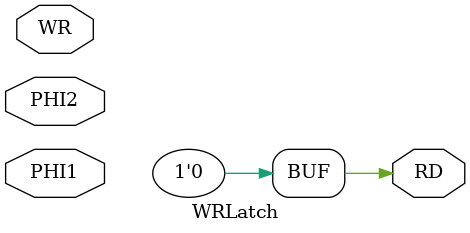
<source format=v>
module DataBusBit(	// file.cleaned.mlir:2:3
  input PHI1,	// file.cleaned.mlir:2:28
        PHI2,	// file.cleaned.mlir:2:43
  inout ADL,	// file.cleaned.mlir:2:61
        ADH,	// file.cleaned.mlir:2:78
        DB,	// file.cleaned.mlir:2:95
        DB_Ext,	// file.cleaned.mlir:2:111
  input DL_ADL,	// file.cleaned.mlir:2:128
        DL_ADH,	// file.cleaned.mlir:2:145
        DL_DB,	// file.cleaned.mlir:2:162
        RD	// file.cleaned.mlir:2:178
);

endmodule

module WRLatch(	// file.cleaned.mlir:5:3
  input  PHI1,	// file.cleaned.mlir:5:25
         PHI2,	// file.cleaned.mlir:5:40
         WR,	// file.cleaned.mlir:5:55
  output RD	// file.cleaned.mlir:5:69
);

  assign RD = 1'h0;	// file.cleaned.mlir:6:14, :7:5
endmodule


</source>
